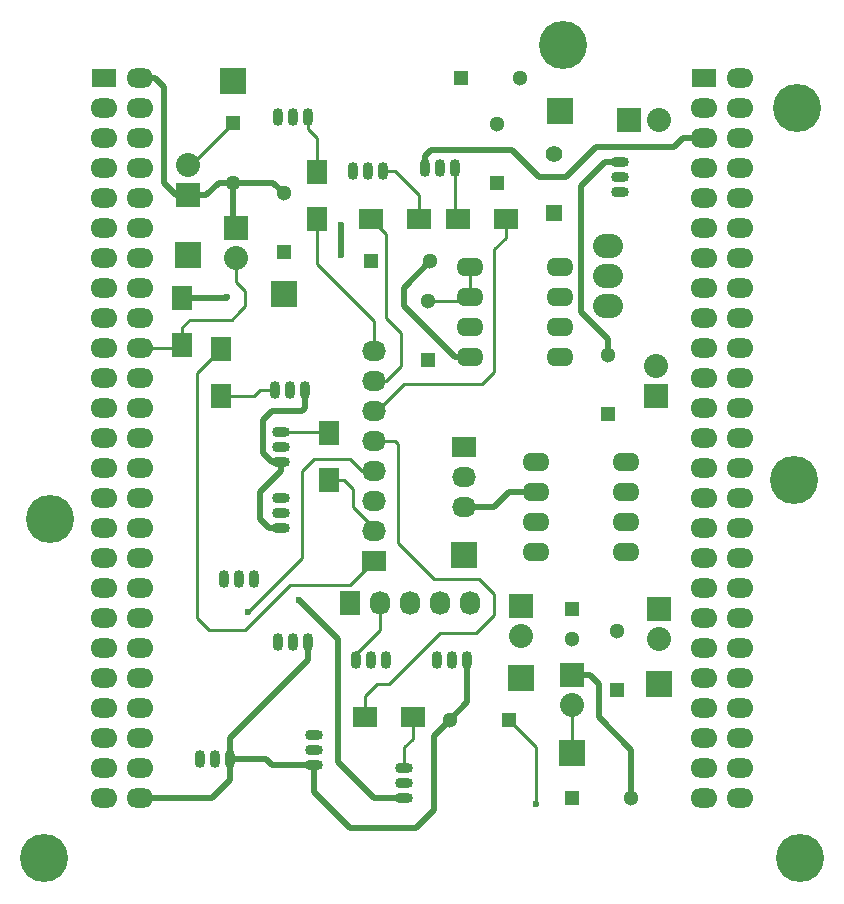
<source format=gbr>
G04 #@! TF.FileFunction,Copper,L2,Bot,Signal*
%FSLAX46Y46*%
G04 Gerber Fmt 4.6, Leading zero omitted, Abs format (unit mm)*
G04 Created by KiCad (PCBNEW 4.0.1-stable) date 2016-06-27 2:05:19 PM*
%MOMM*%
G01*
G04 APERTURE LIST*
%ADD10C,0.100000*%
%ADD11C,4.064000*%
%ADD12R,2.032000X1.524000*%
%ADD13O,2.286000X1.651000*%
%ADD14R,1.300000X1.300000*%
%ADD15C,1.300000*%
%ADD16R,1.400000X1.400000*%
%ADD17C,1.400000*%
%ADD18R,2.032000X2.032000*%
%ADD19O,2.032000X2.032000*%
%ADD20R,1.727200X2.032000*%
%ADD21O,1.727200X2.032000*%
%ADD22R,2.032000X1.727200*%
%ADD23O,2.032000X1.727200*%
%ADD24O,2.540000X2.032000*%
%ADD25O,0.899160X1.501140*%
%ADD26O,1.501140X0.899160*%
%ADD27O,2.300000X1.600000*%
%ADD28R,2.235200X2.235200*%
%ADD29R,1.700000X2.000000*%
%ADD30R,2.000000X1.700000*%
%ADD31C,0.600000*%
%ADD32C,0.500000*%
%ADD33C,0.250000*%
G04 APERTURE END LIST*
D10*
D11*
X149860000Y-59436000D03*
X86106000Y-122936000D03*
X150114000Y-122936000D03*
X130048000Y-54102000D03*
X86614000Y-94234000D03*
D12*
X141986000Y-56896000D03*
D13*
X141986000Y-59436000D03*
X141986000Y-61976000D03*
X141986000Y-64516000D03*
X141986000Y-67056000D03*
X141986000Y-69596000D03*
X141986000Y-72136000D03*
X141986000Y-74676000D03*
X141986000Y-77216000D03*
X141986000Y-79756000D03*
X141986000Y-82296000D03*
X141986000Y-84836000D03*
X141986000Y-87376000D03*
X141986000Y-89916000D03*
X141986000Y-92456000D03*
X141986000Y-94996000D03*
X141986000Y-97536000D03*
X141986000Y-100076000D03*
X141986000Y-102616000D03*
X141986000Y-105156000D03*
X141986000Y-107696000D03*
X141986000Y-110236000D03*
X141986000Y-112776000D03*
X141986000Y-115316000D03*
X141986000Y-117856000D03*
X145034000Y-56896000D03*
X145034000Y-59436000D03*
X145034000Y-61976000D03*
X145034000Y-64516000D03*
X145034000Y-67056000D03*
X145034000Y-69596000D03*
X145034000Y-72136000D03*
X145034000Y-74676000D03*
X145034000Y-77216000D03*
X145034000Y-79756000D03*
X145034000Y-82296000D03*
X145034000Y-84836000D03*
X145034000Y-87376000D03*
X145034000Y-89916000D03*
X145034000Y-92456000D03*
X145034000Y-94996000D03*
X145034000Y-97536000D03*
X145034000Y-100076000D03*
X145034000Y-102616000D03*
X145034000Y-105156000D03*
X145034000Y-107696000D03*
X145034000Y-110236000D03*
X145034000Y-112776000D03*
X145034000Y-115316000D03*
X145034000Y-117856000D03*
D14*
X130810000Y-101854000D03*
D15*
X130810000Y-104354000D03*
D14*
X113792000Y-72390000D03*
D15*
X118792000Y-72390000D03*
D14*
X118618000Y-80772000D03*
D15*
X118618000Y-75772000D03*
D14*
X102108000Y-60706000D03*
D15*
X102108000Y-65706000D03*
D14*
X106426000Y-71628000D03*
D15*
X106426000Y-66628000D03*
D14*
X125476000Y-111252000D03*
D15*
X120476000Y-111252000D03*
D14*
X133858000Y-85344000D03*
D15*
X133858000Y-80344000D03*
D14*
X124460000Y-65786000D03*
D15*
X124460000Y-60786000D03*
D14*
X121412000Y-56896000D03*
D15*
X126412000Y-56896000D03*
D16*
X129286000Y-68326000D03*
D17*
X129286000Y-63326000D03*
D14*
X130810000Y-117856000D03*
D15*
X135810000Y-117856000D03*
D14*
X134620000Y-108712000D03*
D15*
X134620000Y-103712000D03*
D18*
X137922000Y-83820000D03*
D19*
X137922000Y-81280000D03*
D20*
X112014000Y-101346000D03*
D21*
X114554000Y-101346000D03*
X117094000Y-101346000D03*
X119634000Y-101346000D03*
X122174000Y-101346000D03*
D22*
X114046000Y-97790000D03*
D23*
X114046000Y-95250000D03*
X114046000Y-92710000D03*
X114046000Y-90170000D03*
X114046000Y-87630000D03*
X114046000Y-85090000D03*
X114046000Y-82550000D03*
X114046000Y-80010000D03*
D18*
X135636000Y-60452000D03*
D19*
X138176000Y-60452000D03*
D24*
X133858000Y-73660000D03*
X133858000Y-76200000D03*
X133858000Y-71120000D03*
D25*
X106934000Y-83312000D03*
X108204000Y-83312000D03*
X105664000Y-83312000D03*
X107188000Y-104648000D03*
X108458000Y-104648000D03*
X105918000Y-104648000D03*
D26*
X106172000Y-88138000D03*
X106172000Y-89408000D03*
X106172000Y-86868000D03*
X106172000Y-93726000D03*
X106172000Y-94996000D03*
X106172000Y-92456000D03*
D25*
X113792000Y-106172000D03*
X115062000Y-106172000D03*
X112522000Y-106172000D03*
X102616000Y-99314000D03*
X103886000Y-99314000D03*
X101346000Y-99314000D03*
D26*
X116586000Y-116586000D03*
X116586000Y-117856000D03*
X116586000Y-115316000D03*
D25*
X119634000Y-64516000D03*
X118364000Y-64516000D03*
X120904000Y-64516000D03*
X100584000Y-114554000D03*
X101854000Y-114554000D03*
X99314000Y-114554000D03*
X113538000Y-64770000D03*
X112268000Y-64770000D03*
X114808000Y-64770000D03*
X107188000Y-60198000D03*
X105918000Y-60198000D03*
X108458000Y-60198000D03*
D26*
X108966000Y-113792000D03*
X108966000Y-115062000D03*
X108966000Y-112522000D03*
D25*
X120650000Y-106172000D03*
X121920000Y-106172000D03*
X119380000Y-106172000D03*
D26*
X134874000Y-65278000D03*
X134874000Y-64008000D03*
X134874000Y-66548000D03*
D27*
X122174000Y-72898000D03*
X122174000Y-75438000D03*
X122174000Y-77978000D03*
X122174000Y-80518000D03*
X129794000Y-80518000D03*
X129794000Y-77978000D03*
X129794000Y-75438000D03*
X129794000Y-72898000D03*
X127762000Y-89408000D03*
X127762000Y-91948000D03*
X127762000Y-94488000D03*
X127762000Y-97028000D03*
X135382000Y-97028000D03*
X135382000Y-94488000D03*
X135382000Y-91948000D03*
X135382000Y-89408000D03*
D28*
X106426000Y-75184000D03*
X121666000Y-97282000D03*
X129794000Y-59690000D03*
X102108000Y-57150000D03*
X98298000Y-71882000D03*
X126492000Y-107696000D03*
X130810000Y-114046000D03*
X138176000Y-108204000D03*
D18*
X98298000Y-66802000D03*
D19*
X98298000Y-64262000D03*
D18*
X102362000Y-69596000D03*
D19*
X102362000Y-72136000D03*
D18*
X126492000Y-101600000D03*
D19*
X126492000Y-104140000D03*
D18*
X130810000Y-107442000D03*
D19*
X130810000Y-109982000D03*
D18*
X138176000Y-101854000D03*
D19*
X138176000Y-104394000D03*
D12*
X91186000Y-56896000D03*
D13*
X91186000Y-59436000D03*
X91186000Y-61976000D03*
X91186000Y-64516000D03*
X91186000Y-67056000D03*
X91186000Y-69596000D03*
X91186000Y-72136000D03*
X91186000Y-74676000D03*
X91186000Y-77216000D03*
X91186000Y-79756000D03*
X91186000Y-82296000D03*
X91186000Y-84836000D03*
X91186000Y-87376000D03*
X91186000Y-89916000D03*
X91186000Y-92456000D03*
X91186000Y-94996000D03*
X91186000Y-97536000D03*
X91186000Y-100076000D03*
X91186000Y-102616000D03*
X91186000Y-105156000D03*
X91186000Y-107696000D03*
X91186000Y-110236000D03*
X91186000Y-112776000D03*
X91186000Y-115316000D03*
X91186000Y-117856000D03*
X94234000Y-56896000D03*
X94234000Y-59436000D03*
X94234000Y-61976000D03*
X94234000Y-64516000D03*
X94234000Y-67056000D03*
X94234000Y-69596000D03*
X94234000Y-72136000D03*
X94234000Y-74676000D03*
X94234000Y-77216000D03*
X94234000Y-79756000D03*
X94234000Y-82296000D03*
X94234000Y-84836000D03*
X94234000Y-87376000D03*
X94234000Y-89916000D03*
X94234000Y-92456000D03*
X94234000Y-94996000D03*
X94234000Y-97536000D03*
X94234000Y-100076000D03*
X94234000Y-102616000D03*
X94234000Y-105156000D03*
X94234000Y-107696000D03*
X94234000Y-110236000D03*
X94234000Y-112776000D03*
X94234000Y-115316000D03*
X94234000Y-117856000D03*
D29*
X101092000Y-79788000D03*
X101092000Y-83788000D03*
X110236000Y-90900000D03*
X110236000Y-86900000D03*
D30*
X113316000Y-110998000D03*
X117316000Y-110998000D03*
X125190000Y-68834000D03*
X121190000Y-68834000D03*
X113824000Y-68834000D03*
X117824000Y-68834000D03*
D29*
X109220000Y-68802000D03*
X109220000Y-64802000D03*
X97790000Y-75470000D03*
X97790000Y-79470000D03*
D22*
X121666000Y-88138000D03*
D23*
X121666000Y-90678000D03*
X121666000Y-93218000D03*
D11*
X149606000Y-90932000D03*
D31*
X127762000Y-118364000D03*
X103378000Y-102108000D03*
X107696000Y-101092000D03*
X111252000Y-69342000D03*
X111252000Y-71882000D03*
X101600000Y-75438000D03*
D32*
X98298000Y-66802000D02*
X99822000Y-66802000D01*
X101854000Y-114554000D02*
X101854000Y-112776000D01*
X108458000Y-106172000D02*
X108458000Y-104648000D01*
X101854000Y-112776000D02*
X108458000Y-106172000D01*
X108966000Y-115062000D02*
X105410000Y-115062000D01*
X105410000Y-115062000D02*
X104902000Y-114554000D01*
X120476000Y-111252000D02*
X120476000Y-111172000D01*
X120476000Y-111172000D02*
X121920000Y-109728000D01*
X121920000Y-109728000D02*
X121920000Y-107856000D01*
X121920000Y-107856000D02*
X121920000Y-107950000D01*
X108966000Y-115062000D02*
X108966000Y-117348000D01*
X119126000Y-112602000D02*
X120476000Y-111252000D01*
X119126000Y-118872000D02*
X119126000Y-112602000D01*
X117602000Y-120396000D02*
X119126000Y-118872000D01*
X112014000Y-120396000D02*
X117602000Y-120396000D01*
X108966000Y-117348000D02*
X112014000Y-120396000D01*
X135810000Y-117856000D02*
X135810000Y-113712000D01*
X132334000Y-107442000D02*
X130810000Y-107442000D01*
X133096000Y-108204000D02*
X132334000Y-107442000D01*
X133096000Y-110998000D02*
X133096000Y-108204000D01*
X135810000Y-113712000D02*
X133096000Y-110998000D01*
X122174000Y-80518000D02*
X120904000Y-80518000D01*
X116586000Y-74596000D02*
X118792000Y-72390000D01*
X116586000Y-76200000D02*
X116586000Y-74596000D01*
X120904000Y-80518000D02*
X116586000Y-76200000D01*
X133858000Y-80344000D02*
X133858000Y-78994000D01*
X133604000Y-64008000D02*
X134874000Y-64008000D01*
X98298000Y-66802000D02*
X97282000Y-66802000D01*
X102108000Y-65706000D02*
X105504000Y-65706000D01*
X102108000Y-65706000D02*
X102108000Y-69342000D01*
X102108000Y-69342000D02*
X102362000Y-69596000D01*
X121666000Y-93218000D02*
X124206000Y-93218000D01*
X125476000Y-91948000D02*
X127762000Y-91948000D01*
X124206000Y-93218000D02*
X125476000Y-91948000D01*
X121920000Y-107950000D02*
X121920000Y-106172000D01*
X101854000Y-114554000D02*
X104902000Y-114554000D01*
X93980000Y-117856000D02*
X100330000Y-117856000D01*
X101854000Y-116332000D02*
X101854000Y-114554000D01*
X100330000Y-117856000D02*
X101854000Y-116332000D01*
X131572000Y-66040000D02*
X133604000Y-64008000D01*
X105504000Y-65706000D02*
X106426000Y-66628000D01*
X100918000Y-65706000D02*
X102108000Y-65706000D01*
X99822000Y-66802000D02*
X100918000Y-65706000D01*
X97282000Y-66802000D02*
X96266000Y-65786000D01*
X95504000Y-56896000D02*
X93980000Y-56896000D01*
X96266000Y-57658000D02*
X95504000Y-56896000D01*
X96266000Y-65786000D02*
X96266000Y-57658000D01*
X133858000Y-78994000D02*
X131572000Y-76708000D01*
X131572000Y-76708000D02*
X131572000Y-66040000D01*
D33*
X118618000Y-75772000D02*
X121840000Y-75772000D01*
X121840000Y-75772000D02*
X122174000Y-75438000D01*
X122174000Y-72898000D02*
X122174000Y-75438000D01*
X98298000Y-64262000D02*
X98552000Y-64262000D01*
X98552000Y-64262000D02*
X102108000Y-60706000D01*
X99822000Y-77343000D02*
X98425000Y-77343000D01*
X97790000Y-77978000D02*
X97790000Y-79470000D01*
X98425000Y-77343000D02*
X97790000Y-77978000D01*
X97790000Y-79470000D02*
X97822000Y-79470000D01*
X99822000Y-77343000D02*
X101981000Y-77343000D01*
X102616000Y-76708000D02*
X103124000Y-76200000D01*
X103124000Y-76200000D02*
X103124000Y-74930000D01*
X103124000Y-74930000D02*
X102362000Y-74168000D01*
X102362000Y-74168000D02*
X102362000Y-72136000D01*
X101981000Y-77343000D02*
X102616000Y-76708000D01*
X99949000Y-77343000D02*
X99822000Y-77343000D01*
X93980000Y-79756000D02*
X97504000Y-79756000D01*
X97504000Y-79756000D02*
X97790000Y-79470000D01*
X125476000Y-111252000D02*
X127762000Y-113538000D01*
X127762000Y-118110000D02*
X127762000Y-118364000D01*
X127762000Y-113538000D02*
X127762000Y-118110000D01*
X130810000Y-109982000D02*
X130810000Y-113792000D01*
X112522000Y-106172000D02*
X112522000Y-105664000D01*
X112522000Y-105664000D02*
X114554000Y-103632000D01*
X114554000Y-103632000D02*
X114554000Y-101346000D01*
X99060000Y-83566000D02*
X99060000Y-82296000D01*
X99060000Y-99060000D02*
X99060000Y-83566000D01*
X114046000Y-97790000D02*
X112014000Y-99822000D01*
X106934000Y-99822000D02*
X112014000Y-99822000D01*
X103124000Y-103632000D02*
X106934000Y-99822000D01*
X100076000Y-103632000D02*
X103124000Y-103632000D01*
X99060000Y-102616000D02*
X100076000Y-103632000D01*
X99060000Y-99060000D02*
X99060000Y-102616000D01*
X99060000Y-81820000D02*
X101092000Y-79788000D01*
X99060000Y-82296000D02*
X99060000Y-81820000D01*
X101092000Y-79788000D02*
X101092000Y-80518000D01*
X100584000Y-80296000D02*
X101092000Y-79788000D01*
X114046000Y-95250000D02*
X114046000Y-94996000D01*
X114046000Y-94996000D02*
X112268000Y-93218000D01*
X112268000Y-93218000D02*
X112268000Y-91694000D01*
X112268000Y-91694000D02*
X111474000Y-90900000D01*
X111474000Y-90900000D02*
X110236000Y-90900000D01*
X113030000Y-90170000D02*
X112014000Y-89154000D01*
X112014000Y-89154000D02*
X108966000Y-89154000D01*
X108966000Y-89154000D02*
X107950000Y-90170000D01*
X114046000Y-90170000D02*
X113030000Y-90170000D01*
X114046000Y-90170000D02*
X113284000Y-90170000D01*
X107950000Y-90170000D02*
X107950000Y-93726000D01*
X103378000Y-102108000D02*
X103378000Y-102108000D01*
X103378000Y-102108000D02*
X105410000Y-100076000D01*
X105410000Y-100076000D02*
X107696000Y-97790000D01*
X107950000Y-97536000D02*
X107950000Y-96012000D01*
X107696000Y-97790000D02*
X107950000Y-97536000D01*
X107950000Y-93726000D02*
X107950000Y-96012000D01*
X113316000Y-110998000D02*
X113316000Y-109188000D01*
X114300000Y-108204000D02*
X115316000Y-108204000D01*
X113316000Y-109188000D02*
X114300000Y-108204000D01*
X113316000Y-110998000D02*
X113316000Y-110204000D01*
X115316000Y-108204000D02*
X119634000Y-103886000D01*
X124206000Y-100584000D02*
X122936000Y-99314000D01*
X124206000Y-102362000D02*
X124206000Y-100584000D01*
X122682000Y-103886000D02*
X124206000Y-102362000D01*
X116078000Y-96266000D02*
X116078000Y-87884000D01*
X119126000Y-99314000D02*
X116078000Y-96266000D01*
X122936000Y-99314000D02*
X119126000Y-99314000D01*
X116078000Y-87884000D02*
X115824000Y-87630000D01*
X115824000Y-87630000D02*
X114046000Y-87630000D01*
X119634000Y-103886000D02*
X122682000Y-103886000D01*
X125190000Y-68834000D02*
X125190000Y-70390000D01*
X116586000Y-82804000D02*
X114300000Y-85090000D01*
X123190000Y-82804000D02*
X116586000Y-82804000D01*
X124206000Y-81788000D02*
X123190000Y-82804000D01*
X124206000Y-71374000D02*
X124206000Y-81788000D01*
X125190000Y-70390000D02*
X124206000Y-71374000D01*
X114300000Y-85090000D02*
X114046000Y-85090000D01*
X115062000Y-77216000D02*
X115062000Y-70072000D01*
X115062000Y-70072000D02*
X113824000Y-68834000D01*
X116332000Y-81280000D02*
X115062000Y-82550000D01*
X116332000Y-78486000D02*
X116332000Y-81280000D01*
X115062000Y-77216000D02*
X116332000Y-78486000D01*
X115062000Y-82550000D02*
X114046000Y-82550000D01*
X109220000Y-68802000D02*
X109220000Y-72644000D01*
X114046000Y-77470000D02*
X114046000Y-80010000D01*
X109220000Y-72644000D02*
X114046000Y-77470000D01*
D32*
X110236000Y-103632000D02*
X107696000Y-101092000D01*
X110998000Y-108458000D02*
X110998000Y-104394000D01*
X110998000Y-104394000D02*
X110236000Y-103632000D01*
X132842000Y-62738000D02*
X130302000Y-65278000D01*
X139446000Y-62738000D02*
X132842000Y-62738000D01*
X119634000Y-62992000D02*
X125730000Y-62992000D01*
X130302000Y-65278000D02*
X128016000Y-65278000D01*
X128016000Y-65278000D02*
X125730000Y-62992000D01*
X119634000Y-62992000D02*
X118872000Y-62992000D01*
X118872000Y-62992000D02*
X118364000Y-63500000D01*
X111252000Y-71882000D02*
X111252000Y-69342000D01*
X106172000Y-89408000D02*
X106172000Y-90170000D01*
X105410000Y-90932000D02*
X106172000Y-90170000D01*
X105156000Y-94996000D02*
X104394000Y-94234000D01*
X105156000Y-94996000D02*
X106172000Y-94996000D01*
X104394000Y-94234000D02*
X104394000Y-91948000D01*
X104394000Y-91948000D02*
X105410000Y-90932000D01*
X140208000Y-61976000D02*
X139446000Y-62738000D01*
X118364000Y-64516000D02*
X118364000Y-63500000D01*
X140208000Y-61976000D02*
X142240000Y-61976000D01*
X100584000Y-75470000D02*
X101568000Y-75470000D01*
X101568000Y-75470000D02*
X101600000Y-75438000D01*
X100616000Y-75470000D02*
X100584000Y-75470000D01*
X100584000Y-75470000D02*
X97790000Y-75470000D01*
X106172000Y-89408000D02*
X105410000Y-89408000D01*
X108204000Y-84836000D02*
X108204000Y-83312000D01*
X107950000Y-85090000D02*
X108204000Y-84836000D01*
X105410000Y-85090000D02*
X107950000Y-85090000D01*
X104648000Y-85852000D02*
X105410000Y-85090000D01*
X104648000Y-88646000D02*
X104648000Y-85852000D01*
X105410000Y-89408000D02*
X104648000Y-88646000D01*
X116586000Y-117856000D02*
X114046000Y-117856000D01*
X110998000Y-114808000D02*
X110998000Y-108458000D01*
X114046000Y-117856000D02*
X110998000Y-114808000D01*
D33*
X101092000Y-83788000D02*
X102362000Y-83788000D01*
X103918000Y-83788000D02*
X104394000Y-83312000D01*
X104394000Y-83312000D02*
X105664000Y-83312000D01*
X102362000Y-83788000D02*
X103918000Y-83788000D01*
X106172000Y-86868000D02*
X110204000Y-86868000D01*
X110204000Y-86868000D02*
X110236000Y-86900000D01*
X117316000Y-112776000D02*
X117316000Y-112808000D01*
X117316000Y-112808000D02*
X116586000Y-113538000D01*
X116586000Y-115316000D02*
X116586000Y-113538000D01*
X117316000Y-112554000D02*
X117316000Y-112776000D01*
X117316000Y-112776000D02*
X117316000Y-112808000D01*
X117316000Y-112554000D02*
X117316000Y-110998000D01*
X120904000Y-64516000D02*
X120904000Y-68548000D01*
X117824000Y-66770000D02*
X115824000Y-64770000D01*
X117824000Y-68834000D02*
X117824000Y-66770000D01*
X115824000Y-64770000D02*
X114808000Y-64770000D01*
X109220000Y-61976000D02*
X109220000Y-64802000D01*
X108458000Y-61214000D02*
X109220000Y-61976000D01*
X108458000Y-60198000D02*
X108458000Y-61214000D01*
M02*

</source>
